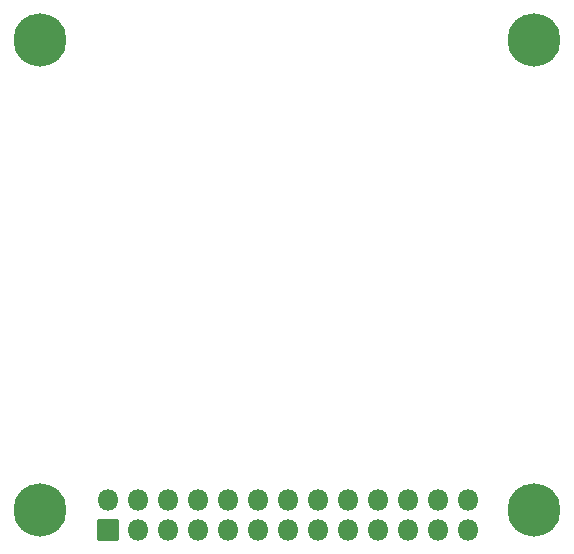
<source format=gbs>
G04 #@! TF.GenerationSoftware,KiCad,Pcbnew,6.0.11*
G04 #@! TF.CreationDate,2026-01-28T19:54:40+03:00*
G04 #@! TF.ProjectId,rns-gate,726e732d-6761-4746-952e-6b696361645f,rev?*
G04 #@! TF.SameCoordinates,Original*
G04 #@! TF.FileFunction,Soldermask,Bot*
G04 #@! TF.FilePolarity,Negative*
%FSLAX46Y46*%
G04 Gerber Fmt 4.6, Leading zero omitted, Abs format (unit mm)*
G04 Created by KiCad (PCBNEW 6.0.11) date 2026-01-28 19:54:40*
%MOMM*%
%LPD*%
G01*
G04 APERTURE LIST*
G04 Aperture macros list*
%AMRoundRect*
0 Rectangle with rounded corners*
0 $1 Rounding radius*
0 $2 $3 $4 $5 $6 $7 $8 $9 X,Y pos of 4 corners*
0 Add a 4 corners polygon primitive as box body*
4,1,4,$2,$3,$4,$5,$6,$7,$8,$9,$2,$3,0*
0 Add four circle primitives for the rounded corners*
1,1,$1+$1,$2,$3*
1,1,$1+$1,$4,$5*
1,1,$1+$1,$6,$7*
1,1,$1+$1,$8,$9*
0 Add four rect primitives between the rounded corners*
20,1,$1+$1,$2,$3,$4,$5,0*
20,1,$1+$1,$4,$5,$6,$7,0*
20,1,$1+$1,$6,$7,$8,$9,0*
20,1,$1+$1,$8,$9,$2,$3,0*%
G04 Aperture macros list end*
%ADD10RoundRect,0.051000X0.850000X-0.850000X0.850000X0.850000X-0.850000X0.850000X-0.850000X-0.850000X0*%
%ADD11O,1.802000X1.802000*%
%ADD12C,0.802000*%
%ADD13C,4.502000*%
G04 APERTURE END LIST*
D10*
G04 #@! TO.C,J2*
X170708000Y-95410000D03*
D11*
X170708000Y-92870000D03*
X173248000Y-95410000D03*
X173248000Y-92870000D03*
X175788000Y-95410000D03*
X175788000Y-92870000D03*
X178328000Y-95410000D03*
X178328000Y-92870000D03*
X180868000Y-95410000D03*
X180868000Y-92870000D03*
X183408000Y-95410000D03*
X183408000Y-92870000D03*
X185948000Y-95410000D03*
X185948000Y-92870000D03*
X188488000Y-95410000D03*
X188488000Y-92870000D03*
X191028000Y-95410000D03*
X191028000Y-92870000D03*
X193568000Y-95410000D03*
X193568000Y-92870000D03*
X196108000Y-95410000D03*
X196108000Y-92870000D03*
X198648000Y-95410000D03*
X198648000Y-92870000D03*
X201188000Y-95410000D03*
X201188000Y-92870000D03*
G04 #@! TD*
D12*
G04 #@! TO.C,REF1*
X166166726Y-52743274D03*
X165000000Y-55560000D03*
D13*
X165000000Y-53910000D03*
D12*
X163833274Y-55076726D03*
X166650000Y-53910000D03*
X163350000Y-53910000D03*
X163833274Y-52743274D03*
X165000000Y-52260000D03*
X166166726Y-55076726D03*
G04 #@! TD*
G04 #@! TO.C,REF3*
X166166726Y-92543274D03*
X165000000Y-95360000D03*
X163350000Y-93710000D03*
X166166726Y-94876726D03*
X165000000Y-92060000D03*
X163833274Y-92543274D03*
X166650000Y-93710000D03*
X163833274Y-94876726D03*
D13*
X165000000Y-93710000D03*
G04 #@! TD*
D12*
G04 #@! TO.C,REF2*
X208450000Y-53910000D03*
X206800000Y-55560000D03*
X207966726Y-52743274D03*
X206800000Y-52260000D03*
D13*
X206800000Y-53910000D03*
D12*
X205150000Y-53910000D03*
X205633274Y-52743274D03*
X207966726Y-55076726D03*
X205633274Y-55076726D03*
G04 #@! TD*
G04 #@! TO.C,REF4*
X205633274Y-94876726D03*
X207966726Y-92543274D03*
X206800000Y-92060000D03*
X208450000Y-93710000D03*
X205150000Y-93710000D03*
X205633274Y-92543274D03*
X206800000Y-95360000D03*
D13*
X206800000Y-93710000D03*
D12*
X207966726Y-94876726D03*
G04 #@! TD*
M02*

</source>
